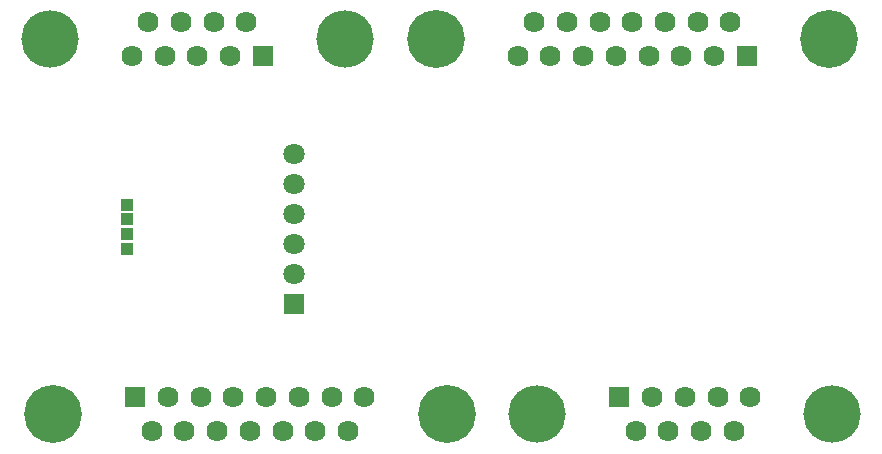
<source format=gbr>
G04 DipTrace 4.0.0.5*
G04 BottomMask.gbr*
%MOIN*%
G04 #@! TF.FileFunction,Soldermask,Bot*
G04 #@! TF.Part,Single*
%ADD64C,0.070866*%
%ADD66R,0.070866X0.070866*%
%ADD68C,0.191339*%
%ADD70C,0.192913*%
%ADD72C,0.070472*%
%ADD74R,0.070472X0.070472*%
%ADD76R,0.043307X0.043307*%
%FSLAX26Y26*%
G04*
G70*
G90*
G75*
G01*
G04 BotMask*
%LPD*%
D76*
X783692Y1569882D3*
Y1619094D3*
Y1668307D3*
Y1717520D3*
D74*
X2850394Y2212795D3*
D72*
X2741339D3*
X2632283D3*
X2523228D3*
X2414173D3*
X2305118D3*
X2196063D3*
X2087008D3*
X2795866Y2324606D3*
X2686811D3*
X2577756D3*
X2468701D3*
X2359646D3*
X2250591D3*
X2141535D3*
D70*
X3124606Y2268701D3*
X1812795D3*
D74*
X1236811Y2212795D3*
D72*
X1127756D3*
X1018701D3*
X909646D3*
X800591D3*
X1182283Y2324606D3*
X1073228D3*
X964173D3*
X855118D3*
D68*
X526772Y2268700D3*
X1510630D3*
D74*
X812008Y1074606D3*
D72*
X921063D3*
X1030118D3*
X1139173D3*
X1248228D3*
X1357283D3*
X1466339D3*
X1575394D3*
X866535Y962795D3*
X975591D3*
X1084646D3*
X1193701D3*
X1302756D3*
X1411811D3*
X1520866D3*
D70*
X537795Y1018701D3*
X1849606D3*
D74*
X2425591Y1074607D3*
D72*
X2534646D3*
X2643701D3*
X2752756D3*
X2861811D3*
X2480118Y962796D3*
X2589173D3*
X2698228D3*
X2807283D3*
D68*
X3135630Y1018701D3*
X2151772D3*
D66*
X1339942Y1387451D3*
D64*
Y1487451D3*
Y1587451D3*
Y1687451D3*
Y1787451D3*
Y1887451D3*
M02*

</source>
